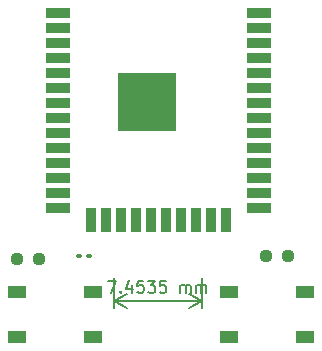
<source format=gbr>
%TF.GenerationSoftware,KiCad,Pcbnew,(6.0.1)*%
%TF.CreationDate,2022-12-10T14:53:13+08:00*%
%TF.ProjectId,ESP32_Adapter 2,45535033-325f-4416-9461-707465722032,rev?*%
%TF.SameCoordinates,Original*%
%TF.FileFunction,Paste,Top*%
%TF.FilePolarity,Positive*%
%FSLAX46Y46*%
G04 Gerber Fmt 4.6, Leading zero omitted, Abs format (unit mm)*
G04 Created by KiCad (PCBNEW (6.0.1)) date 2022-12-10 14:53:13*
%MOMM*%
%LPD*%
G01*
G04 APERTURE LIST*
G04 Aperture macros list*
%AMRoundRect*
0 Rectangle with rounded corners*
0 $1 Rounding radius*
0 $2 $3 $4 $5 $6 $7 $8 $9 X,Y pos of 4 corners*
0 Add a 4 corners polygon primitive as box body*
4,1,4,$2,$3,$4,$5,$6,$7,$8,$9,$2,$3,0*
0 Add four circle primitives for the rounded corners*
1,1,$1+$1,$2,$3*
1,1,$1+$1,$4,$5*
1,1,$1+$1,$6,$7*
1,1,$1+$1,$8,$9*
0 Add four rect primitives between the rounded corners*
20,1,$1+$1,$2,$3,$4,$5,0*
20,1,$1+$1,$4,$5,$6,$7,0*
20,1,$1+$1,$6,$7,$8,$9,0*
20,1,$1+$1,$8,$9,$2,$3,0*%
G04 Aperture macros list end*
%ADD10C,0.150000*%
%ADD11RoundRect,0.237500X-0.250000X-0.237500X0.250000X-0.237500X0.250000X0.237500X-0.250000X0.237500X0*%
%ADD12R,2.000000X0.900000*%
%ADD13R,0.900000X2.000000*%
%ADD14R,5.000000X5.000000*%
%ADD15R,1.600000X1.000000*%
%ADD16RoundRect,0.090000X-0.139000X-0.090000X0.139000X-0.090000X0.139000X0.090000X-0.139000X0.090000X0*%
G04 APERTURE END LIST*
D10*
X69741736Y-64331755D02*
X70408402Y-64332649D01*
X69978489Y-65332073D01*
X70788140Y-65237921D02*
X70835695Y-65285604D01*
X70788012Y-65333159D01*
X70740457Y-65285477D01*
X70788140Y-65237921D01*
X70788012Y-65333159D01*
X71693668Y-64667707D02*
X71692773Y-65334373D01*
X71456084Y-64286436D02*
X71217031Y-65000401D01*
X71836078Y-65001232D01*
X72694114Y-64335716D02*
X72217924Y-64335077D01*
X72169666Y-64811203D01*
X72217349Y-64763648D01*
X72312651Y-64716157D01*
X72550746Y-64716476D01*
X72645920Y-64764223D01*
X72693475Y-64811906D01*
X72740966Y-64907208D01*
X72740647Y-65145303D01*
X72692900Y-65240477D01*
X72645217Y-65288032D01*
X72549915Y-65335523D01*
X72311820Y-65335204D01*
X72216646Y-65287457D01*
X72169091Y-65239774D01*
X73075066Y-64336227D02*
X73694113Y-64337058D01*
X73360269Y-64717562D01*
X73503126Y-64717754D01*
X73598300Y-64765501D01*
X73645855Y-64813184D01*
X73693347Y-64908486D01*
X73693027Y-65146581D01*
X73645280Y-65241755D01*
X73597597Y-65289310D01*
X73502296Y-65336801D01*
X73216581Y-65336418D01*
X73121407Y-65288671D01*
X73073852Y-65240988D01*
X74598874Y-64338271D02*
X74122684Y-64337632D01*
X74074426Y-64813759D01*
X74122109Y-64766204D01*
X74217411Y-64718712D01*
X74455506Y-64719032D01*
X74550680Y-64766779D01*
X74598235Y-64814461D01*
X74645727Y-64909763D01*
X74645407Y-65147858D01*
X74597660Y-65243032D01*
X74549978Y-65290588D01*
X74454676Y-65338079D01*
X74216581Y-65337759D01*
X74121406Y-65290013D01*
X74073851Y-65242330D01*
X75835627Y-65339932D02*
X75836521Y-64673266D01*
X75836393Y-64768504D02*
X75884076Y-64720948D01*
X75979378Y-64673457D01*
X76122235Y-64673649D01*
X76217409Y-64721396D01*
X76264901Y-64816698D01*
X76264198Y-65340507D01*
X76264901Y-64816698D02*
X76312647Y-64721523D01*
X76407949Y-64674032D01*
X76550806Y-64674224D01*
X76645980Y-64721971D01*
X76693472Y-64817273D01*
X76692769Y-65341082D01*
X77168959Y-65341720D02*
X77169853Y-64675054D01*
X77169726Y-64770292D02*
X77217408Y-64722737D01*
X77312710Y-64675246D01*
X77455567Y-64675438D01*
X77550741Y-64723184D01*
X77598233Y-64818486D01*
X77597530Y-65342295D01*
X77598233Y-64818486D02*
X77645979Y-64723312D01*
X77741281Y-64675821D01*
X77884138Y-64676013D01*
X77979313Y-64723759D01*
X78026804Y-64819061D01*
X78026101Y-65342870D01*
X70205829Y-64056500D02*
X70202394Y-66616415D01*
X77659329Y-64066500D02*
X77655894Y-66626415D01*
X70203181Y-66029995D02*
X77656681Y-66039995D01*
X70203181Y-66029995D02*
X77656681Y-66039995D01*
X70203181Y-66029995D02*
X71328897Y-66617927D01*
X70203181Y-66029995D02*
X71330471Y-65445086D01*
X77656681Y-66039995D02*
X76530965Y-65452063D01*
X77656681Y-66039995D02*
X76529391Y-66624904D01*
D11*
%TO.C,R2*%
X62009500Y-62462500D03*
X63834500Y-62462500D03*
%TD*%
D12*
%TO.C,ESP32*%
X65494500Y-41677500D03*
X65494500Y-42947500D03*
X65494500Y-44217500D03*
X65494500Y-45487500D03*
X65494500Y-46757500D03*
X65494500Y-48027500D03*
X65494500Y-49297500D03*
X65494500Y-50567500D03*
X65494500Y-51837500D03*
X65494500Y-53107500D03*
X65494500Y-54377500D03*
X65494500Y-55647500D03*
X65494500Y-56917500D03*
X65494500Y-58187500D03*
D13*
X68279500Y-59187500D03*
X69549500Y-59187500D03*
X70819500Y-59187500D03*
X72089500Y-59187500D03*
X73359500Y-59187500D03*
X74629500Y-59187500D03*
X75899500Y-59187500D03*
X77169500Y-59187500D03*
X78439500Y-59187500D03*
X79709500Y-59187500D03*
D12*
X82494500Y-58187500D03*
X82494500Y-56917500D03*
X82494500Y-55647500D03*
X82494500Y-54377500D03*
X82494500Y-53107500D03*
X82494500Y-51837500D03*
X82494500Y-50567500D03*
X82494500Y-49297500D03*
X82494500Y-48027500D03*
X82494500Y-46757500D03*
X82494500Y-45487500D03*
X82494500Y-44217500D03*
X82494500Y-42947500D03*
X82494500Y-41677500D03*
D14*
X72994500Y-49177500D03*
%TD*%
D11*
%TO.C,R1*%
X83091500Y-62208500D03*
X84916500Y-62208500D03*
%TD*%
D15*
%TO.C,SW2*%
X62006500Y-65256500D03*
X68406500Y-65256500D03*
X62006500Y-69056500D03*
X68406500Y-69056500D03*
%TD*%
%TO.C,SW1*%
X79960000Y-65266500D03*
X86360000Y-65266500D03*
X79960000Y-69066500D03*
X86360000Y-69066500D03*
%TD*%
D16*
%TO.C,C1*%
X68077000Y-62208500D03*
X67212000Y-62208500D03*
%TD*%
M02*

</source>
